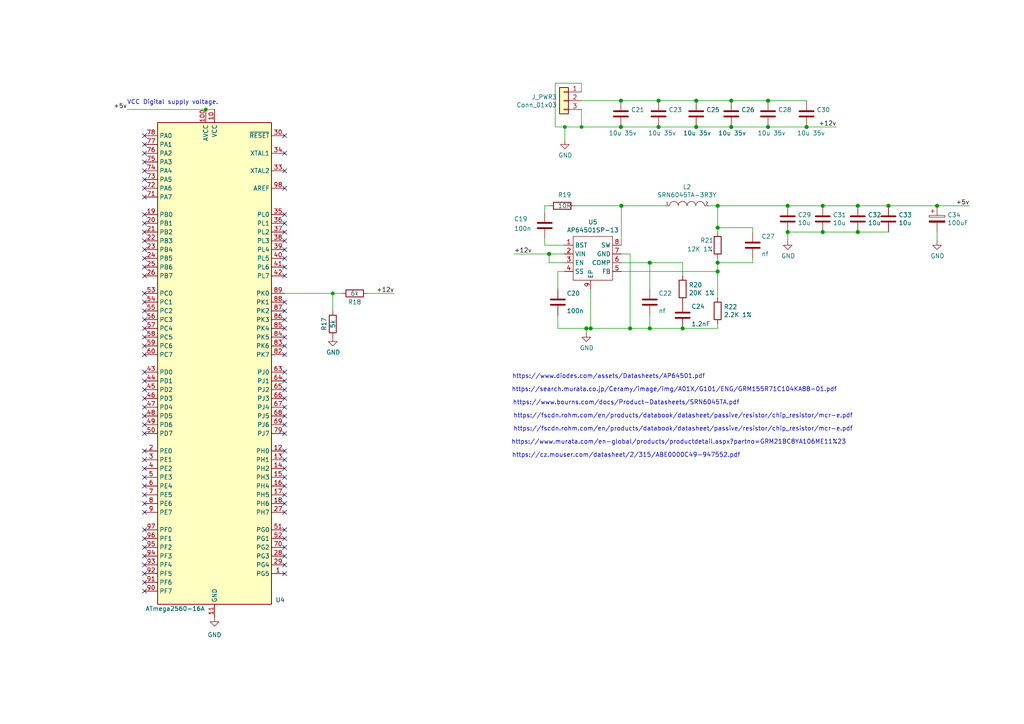
<source format=kicad_sch>
(kicad_sch (version 20210126) (generator eeschema)
  (paper "A4")
  (title_block (title "Basic Schematic 7"))
  (lib_symbols
    (symbol "CM4IO:AP64351"
      (property "Reference" "U" (at 0 8.89 0))
      (property "Value" "AP64351" (at 1.27 6.35 0))
      (symbol "AP64351_0_1"
        (rectangle (start -5.08 5.08) (end 6.35 -7.62))
      )
      (symbol "AP64351_1_1"
        (pin passive line (at -7.62 2.54 0) (length 2.54) (name "BST") (number "1"))
        (pin power_in line (at -7.62 0 0) (length 2.54) (name "VIN") (number "2"))
        (pin input line (at -7.62 -2.54 0) (length 2.54) (name "EN") (number "3"))
        (pin input line (at -7.62 -5.08 0) (length 2.54) (name "SS") (number "4"))
        (pin input line (at 8.89 -5.08 180) (length 2.54) (name "FB") (number "5"))
        (pin input line (at 8.89 -2.54 180) (length 2.54) (name "COMP") (number "6"))
        (pin power_in line (at 8.89 0 180) (length 2.54) (name "GND") (number "7"))
        (pin output line (at 8.89 2.54 180) (length 2.54) (name "SW") (number "8"))
        (pin passive line (at 0 -10.16 90) (length 2.54) (name "EP") (number "9"))
      )
    )
    (symbol "Connector_Generic:Conn_01x03" (pin_names (offset 1.016) hide)
      (property "Reference" "J" (at 0 5.08 0))
      (property "Value" "Conn_01x03" (at 0 -5.08 0))
      (symbol "Conn_01x03_1_1"
        (rectangle (start -1.27 -2.413) (end 0 -2.667) (stroke (width 0.1524)))
        (rectangle (start -1.27 0.127) (end 0 -0.127) (stroke (width 0.1524)))
        (rectangle (start -1.27 2.667) (end 0 2.413) (stroke (width 0.1524)))
        (rectangle (start -1.27 3.81) (end 1.27 -3.81) (stroke (width 0.254)) (fill (type background)))
        (pin passive line (at -5.08 2.54 0) (length 3.81) (name "Pin_1") (number "1"))
        (pin passive line (at -5.08 0 0) (length 3.81) (name "Pin_2") (number "2"))
        (pin passive line (at -5.08 -2.54 0) (length 3.81) (name "Pin_3") (number "3"))
      )
    )
    (symbol "Device:C" (pin_numbers hide) (pin_names (offset 0.254))
      (property "Reference" "C" (at 0.635 2.54 0))
      (property "Value" "C" (at 0.635 -2.54 0))
      (symbol "C_0_1"
        (polyline (pts (xy -2.032 -0.762) (xy 2.032 -0.762)) (stroke (width 0.508)))
        (polyline (pts (xy -2.032 0.762) (xy 2.032 0.762)) (stroke (width 0.508)))
      )
      (symbol "C_1_1"
        (pin passive line (at 0 3.81 270) (length 2.794) (name "~") (number "1"))
        (pin passive line (at 0 -3.81 90) (length 2.794) (name "~") (number "2"))
      )
    )
    (symbol "Device:CP" (pin_numbers hide) (pin_names (offset 0.254))
      (property "Reference" "C" (at 0.635 2.54 0))
      (property "Value" "CP" (at 0.635 -2.54 0))
      (symbol "CP_0_1"
        (rectangle (start -2.286 0.508) (end 2.286 1.016))
        (rectangle (start 2.286 -0.508) (end -2.286 -1.016) (fill (type outline)))
        (polyline (pts (xy -1.778 2.286) (xy -0.762 2.286)))
        (polyline (pts (xy -1.27 2.794) (xy -1.27 1.778)))
      )
      (symbol "CP_1_1"
        (pin passive line (at 0 3.81 270) (length 2.794) (name "~") (number "1"))
        (pin passive line (at 0 -3.81 90) (length 2.794) (name "~") (number "2"))
      )
    )
    (symbol "Device:R" (pin_numbers hide) (pin_names (offset 0))
      (property "Reference" "R" (at 2.032 0 90))
      (property "Value" "R" (at 0 0 90))
      (symbol "R_0_1"
        (rectangle (start -1.016 -2.54) (end 1.016 2.54) (stroke (width 0.254)))
      )
      (symbol "R_1_1"
        (pin passive line (at 0 3.81 270) (length 1.27) (name "~") (number "1"))
        (pin passive line (at 0 -3.81 90) (length 1.27) (name "~") (number "2"))
      )
    )
    (symbol "MCU_Microchip_ATmega:ATmega2560-16A"
      (property "Reference" "U" (at 0 1.27 0))
      (property "Value" "ATmega2560-16A" (at 0 -1.27 0))
      (symbol "ATmega2560-16A_0_1"
        (rectangle (start -16.51 -69.85) (end 16.51 69.85) (stroke (width 0.254)) (fill (type background)))
      )
      (symbol "ATmega2560-16A_1_1"
        (pin bidirectional line (at -20.32 -60.96 0) (length 3.81) (name "PG5") (number "1"))
        (pin power_in line (at 0 73.66 270) (length 3.81) (name "VCC") (number "10"))
        (pin power_in line (at 2.54 73.66 270) (length 3.81) (name "AVCC") (number "100"))
        (pin power_in line (at 0 -73.66 90) (length 3.81) (name "GND") (number "11"))
        (pin bidirectional line (at -20.32 -25.4 0) (length 3.81) (name "PH0") (number "12"))
        (pin bidirectional line (at -20.32 -27.94 0) (length 3.81) (name "PH1") (number "13"))
        (pin bidirectional line (at -20.32 -30.48 0) (length 3.81) (name "PH2") (number "14"))
        (pin bidirectional line (at -20.32 -33.02 0) (length 3.81) (name "PH3") (number "15"))
        (pin bidirectional line (at -20.32 -35.56 0) (length 3.81) (name "PH4") (number "16"))
        (pin bidirectional line (at -20.32 -38.1 0) (length 3.81) (name "PH5") (number "17"))
        (pin bidirectional line (at -20.32 -40.64 0) (length 3.81) (name "PH6") (number "18"))
        (pin bidirectional line (at 20.32 43.18 180) (length 3.81) (name "PB0") (number "19"))
        (pin bidirectional line (at 20.32 -25.4 180) (length 3.81) (name "PE0") (number "2"))
        (pin bidirectional line (at 20.32 40.64 180) (length 3.81) (name "PB1") (number "20"))
        (pin bidirectional line (at 20.32 38.1 180) (length 3.81) (name "PB2") (number "21"))
        (pin bidirectional line (at 20.32 35.56 180) (length 3.81) (name "PB3") (number "22"))
        (pin bidirectional line (at 20.32 33.02 180) (length 3.81) (name "PB4") (number "23"))
        (pin bidirectional line (at 20.32 30.48 180) (length 3.81) (name "PB5") (number "24"))
        (pin bidirectional line (at 20.32 27.94 180) (length 3.81) (name "PB6") (number "25"))
        (pin bidirectional line (at 20.32 25.4 180) (length 3.81) (name "PB7") (number "26"))
        (pin bidirectional line (at -20.32 -43.18 0) (length 3.81) (name "PH7") (number "27"))
        (pin bidirectional line (at -20.32 -55.88 0) (length 3.81) (name "PG3") (number "28"))
        (pin bidirectional line (at -20.32 -58.42 0) (length 3.81) (name "PG4") (number "29"))
        (pin bidirectional line (at 20.32 -27.94 180) (length 3.81) (name "PE1") (number "3"))
        (pin input line (at -20.32 66.04 0) (length 3.81) (name "~RESET") (number "30"))
        (pin passive line (at 0 73.66 270) (length 3.81) hide (name "VCC") (number "31"))
        (pin passive line (at 0 -73.66 90) (length 3.81) hide (name "GND") (number "32"))
        (pin output line (at -20.32 55.88 0) (length 3.81) (name "XTAL2") (number "33"))
        (pin input line (at -20.32 60.96 0) (length 3.81) (name "XTAL1") (number "34"))
        (pin bidirectional line (at -20.32 43.18 0) (length 3.81) (name "PL0") (number "35"))
        (pin bidirectional line (at -20.32 40.64 0) (length 3.81) (name "PL1") (number "36"))
        (pin bidirectional line (at -20.32 38.1 0) (length 3.81) (name "PL2") (number "37"))
        (pin bidirectional line (at -20.32 35.56 0) (length 3.81) (name "PL3") (number "38"))
        (pin bidirectional line (at -20.32 33.02 0) (length 3.81) (name "PL4") (number "39"))
        (pin bidirectional line (at 20.32 -30.48 180) (length 3.81) (name "PE2") (number "4"))
        (pin bidirectional line (at -20.32 30.48 0) (length 3.81) (name "PL5") (number "40"))
        (pin bidirectional line (at -20.32 27.94 0) (length 3.81) (name "PL6") (number "41"))
        (pin bidirectional line (at -20.32 25.4 0) (length 3.81) (name "PL7") (number "42"))
        (pin bidirectional line (at 20.32 -2.54 180) (length 3.81) (name "PD0") (number "43"))
        (pin bidirectional line (at 20.32 -5.08 180) (length 3.81) (name "PD1") (number "44"))
        (pin bidirectional line (at 20.32 -7.62 180) (length 3.81) (name "PD2") (number "45"))
        (pin bidirectional line (at 20.32 -10.16 180) (length 3.81) (name "PD3") (number "46"))
        (pin bidirectional line (at 20.32 -12.7 180) (length 3.81) (name "PD4") (number "47"))
        (pin bidirectional line (at 20.32 -15.24 180) (length 3.81) (name "PD5") (number "48"))
        (pin bidirectional line (at 20.32 -17.78 180) (length 3.81) (name "PD6") (number "49"))
        (pin bidirectional line (at 20.32 -33.02 180) (length 3.81) (name "PE3") (number "5"))
        (pin bidirectional line (at 20.32 -20.32 180) (length 3.81) (name "PD7") (number "50"))
        (pin bidirectional line (at -20.32 -48.26 0) (length 3.81) (name "PG0") (number "51"))
        (pin bidirectional line (at -20.32 -50.8 0) (length 3.81) (name "PG1") (number "52"))
        (pin bidirectional line (at 20.32 20.32 180) (length 3.81) (name "PC0") (number "53"))
        (pin bidirectional line (at 20.32 17.78 180) (length 3.81) (name "PC1") (number "54"))
        (pin bidirectional line (at 20.32 15.24 180) (length 3.81) (name "PC2") (number "55"))
        (pin bidirectional line (at 20.32 12.7 180) (length 3.81) (name "PC3") (number "56"))
        (pin bidirectional line (at 20.32 10.16 180) (length 3.81) (name "PC4") (number "57"))
        (pin bidirectional line (at 20.32 7.62 180) (length 3.81) (name "PC5") (number "58"))
        (pin bidirectional line (at 20.32 5.08 180) (length 3.81) (name "PC6") (number "59"))
        (pin bidirectional line (at 20.32 -35.56 180) (length 3.81) (name "PE4") (number "6"))
        (pin bidirectional line (at 20.32 2.54 180) (length 3.81) (name "PC7") (number "60"))
        (pin passive line (at 0 73.66 270) (length 3.81) hide (name "VCC") (number "61"))
        (pin passive line (at 0 -73.66 90) (length 3.81) hide (name "GND") (number "62"))
        (pin bidirectional line (at -20.32 -2.54 0) (length 3.81) (name "PJ0") (number "63"))
        (pin bidirectional line (at -20.32 -5.08 0) (length 3.81) (name "PJ1") (number "64"))
        (pin bidirectional line (at -20.32 -7.62 0) (length 3.81) (name "PJ2") (number "65"))
        (pin bidirectional line (at -20.32 -10.16 0) (length 3.81) (name "PJ3") (number "66"))
        (pin bidirectional line (at -20.32 -12.7 0) (length 3.81) (name "PJ4") (number "67"))
        (pin bidirectional line (at -20.32 -15.24 0) (length 3.81) (name "PJ5") (number "68"))
        (pin bidirectional line (at -20.32 -17.78 0) (length 3.81) (name "PJ6") (number "69"))
        (pin bidirectional line (at 20.32 -38.1 180) (length 3.81) (name "PE5") (number "7"))
        (pin bidirectional line (at -20.32 -53.34 0) (length 3.81) (name "PG2") (number "70"))
        (pin bidirectional line (at 20.32 48.26 180) (length 3.81) (name "PA7") (number "71"))
        (pin bidirectional line (at 20.32 50.8 180) (length 3.81) (name "PA6") (number "72"))
        (pin bidirectional line (at 20.32 53.34 180) (length 3.81) (name "PA5") (number "73"))
        (pin bidirectional line (at 20.32 55.88 180) (length 3.81) (name "PA4") (number "74"))
        (pin bidirectional line (at 20.32 58.42 180) (length 3.81) (name "PA3") (number "75"))
        (pin bidirectional line (at 20.32 60.96 180) (length 3.81) (name "PA2") (number "76"))
        (pin bidirectional line (at 20.32 63.5 180) (length 3.81) (name "PA1") (number "77"))
        (pin bidirectional line (at 20.32 66.04 180) (length 3.81) (name "PA0") (number "78"))
        (pin bidirectional line (at -20.32 -20.32 0) (length 3.81) (name "PJ7") (number "79"))
        (pin bidirectional line (at 20.32 -40.64 180) (length 3.81) (name "PE6") (number "8"))
        (pin passive line (at 0 73.66 270) (length 3.81) hide (name "VCC") (number "80"))
        (pin passive line (at 0 -73.66 90) (length 3.81) hide (name "GND") (number "81"))
        (pin bidirectional line (at -20.32 2.54 0) (length 3.81) (name "PK7") (number "82"))
        (pin bidirectional line (at -20.32 5.08 0) (length 3.81) (name "PK6") (number "83"))
        (pin bidirectional line (at -20.32 7.62 0) (length 3.81) (name "PK5") (number "84"))
        (pin bidirectional line (at -20.32 10.16 0) (length 3.81) (name "PK4") (number "85"))
        (pin bidirectional line (at -20.32 12.7 0) (length 3.81) (name "PK3") (number "86"))
        (pin bidirectional line (at -20.32 15.24 0) (length 3.81) (name "PK2") (number "87"))
        (pin bidirectional line (at -20.32 17.78 0) (length 3.81) (name "PK1") (number "88"))
        (pin bidirectional line (at -20.32 20.32 0) (length 3.81) (name "PK0") (number "89"))
        (pin bidirectional line (at 20.32 -43.18 180) (length 3.81) (name "PE7") (number "9"))
        (pin bidirectional line (at 20.32 -66.04 180) (length 3.81) (name "PF7") (number "90"))
        (pin bidirectional line (at 20.32 -63.5 180) (length 3.81) (name "PF6") (number "91"))
        (pin bidirectional line (at 20.32 -60.96 180) (length 3.81) (name "PF5") (number "92"))
        (pin bidirectional line (at 20.32 -58.42 180) (length 3.81) (name "PF4") (number "93"))
        (pin bidirectional line (at 20.32 -55.88 180) (length 3.81) (name "PF3") (number "94"))
        (pin bidirectional line (at 20.32 -53.34 180) (length 3.81) (name "PF2") (number "95"))
        (pin bidirectional line (at 20.32 -50.8 180) (length 3.81) (name "PF1") (number "96"))
        (pin bidirectional line (at 20.32 -48.26 180) (length 3.81) (name "PF0") (number "97"))
        (pin passive line (at -20.32 50.8 0) (length 3.81) (name "AREF") (number "98"))
        (pin passive line (at 0 -73.66 90) (length 3.81) hide (name "GND") (number "99"))
      )
    )
    (symbol "power:GND" (power) (pin_names (offset 0))
      (property "Value" "GND" (at 0 -3.81 0))
      (symbol "GND_0_1"
        (polyline (pts (xy 0 0) (xy 0 -1.27) (xy 1.27 -1.27) (xy 0 -2.54) (xy -1.27 -1.27) (xy 0 -1.27)))
      )
      (symbol "GND_1_1"
        (pin power_in line (at 0 0 270) (length 0) hide (name "GND") (number "1"))
      )
    )
    (symbol "pspice:INDUCTOR" (pin_numbers hide) (pin_names (offset 0))
      (property "Reference" "L" (at 0 2.54 0))
      (property "Value" "INDUCTOR" (at 0 -1.27 0))
      (symbol "INDUCTOR_0_1"
        (arc (start -2.54 0) (end -5.08 0) (radius (at -3.81 0) (length 1.27) (angles 0.1 179.9)))
        (arc (start 0 0) (end -2.54 0) (radius (at -1.27 0) (length 1.27) (angles 0.1 179.9)))
        (arc (start 2.54 0) (end 0 0) (radius (at 1.27 0) (length 1.27) (angles 0.1 179.9)))
        (arc (start 5.08 0) (end 2.54 0) (radius (at 3.81 0) (length 1.27) (angles 0.1 179.9)))
      )
      (symbol "INDUCTOR_1_1"
        (pin input line (at -6.35 0 0) (length 1.27) (name "1") (number "1"))
        (pin input line (at 6.35 0 180) (length 1.27) (name "2") (number "2"))
      )
    )
  )
  (junction (at 59.69 31.75) (diameter 0.9144))
  (junction (at 96.52 85.09) (diameter 0.9144))
  (junction (at 159.258 73.66) (diameter 1.016))
  (junction (at 163.83 36.83) (diameter 0.9144))
  (junction (at 168.656 36.83) (diameter 0.9144))
  (junction (at 170.053 95.25) (diameter 1.016))
  (junction (at 171.323 95.25) (diameter 1.016))
  (junction (at 180.086 29.21) (diameter 1.016))
  (junction (at 180.086 36.83) (diameter 1.016))
  (junction (at 180.213 59.69) (diameter 1.016))
  (junction (at 182.753 95.25) (diameter 1.016))
  (junction (at 188.468 76.2) (diameter 1.016))
  (junction (at 188.468 95.25) (diameter 1.016))
  (junction (at 191.008 29.21) (diameter 1.016))
  (junction (at 191.008 36.83) (diameter 1.016))
  (junction (at 197.993 95.25) (diameter 1.016))
  (junction (at 201.93 29.21) (diameter 1.016))
  (junction (at 201.93 36.83) (diameter 1.016))
  (junction (at 208.153 59.69) (diameter 1.016))
  (junction (at 208.153 66.04) (diameter 1.016))
  (junction (at 208.153 76.2) (diameter 1.016))
  (junction (at 208.153 78.74) (diameter 1.016))
  (junction (at 212.09 29.21) (diameter 1.016))
  (junction (at 212.09 36.83) (diameter 1.016))
  (junction (at 222.758 29.21) (diameter 1.016))
  (junction (at 222.758 36.83) (diameter 1.016))
  (junction (at 228.473 59.69) (diameter 1.016))
  (junction (at 228.473 67.31) (diameter 1.016))
  (junction (at 233.934 36.83) (diameter 1.016))
  (junction (at 238.633 59.69) (diameter 1.016))
  (junction (at 238.633 67.31) (diameter 1.016))
  (junction (at 248.793 59.69) (diameter 1.016))
  (junction (at 248.793 67.31) (diameter 1.016))
  (junction (at 257.683 59.69) (diameter 1.016))
  (junction (at 271.78 59.69) (diameter 1.016))
  (no_connect (at 41.91 39.37))
  (no_connect (at 41.91 41.91))
  (no_connect (at 41.91 44.45))
  (no_connect (at 41.91 46.99))
  (no_connect (at 41.91 49.53))
  (no_connect (at 41.91 52.07))
  (no_connect (at 41.91 54.61))
  (no_connect (at 41.91 57.15))
  (no_connect (at 41.91 62.23))
  (no_connect (at 41.91 64.77))
  (no_connect (at 41.91 67.31))
  (no_connect (at 41.91 69.85))
  (no_connect (at 41.91 72.39))
  (no_connect (at 41.91 74.93))
  (no_connect (at 41.91 77.47))
  (no_connect (at 41.91 80.01))
  (no_connect (at 41.91 85.09))
  (no_connect (at 41.91 87.63))
  (no_connect (at 41.91 90.17))
  (no_connect (at 41.91 92.71))
  (no_connect (at 41.91 95.25))
  (no_connect (at 41.91 97.79))
  (no_connect (at 41.91 100.33))
  (no_connect (at 41.91 102.87))
  (no_connect (at 41.91 107.95))
  (no_connect (at 41.91 110.49))
  (no_connect (at 41.91 113.03))
  (no_connect (at 41.91 115.57))
  (no_connect (at 41.91 118.11))
  (no_connect (at 41.91 120.65))
  (no_connect (at 41.91 123.19))
  (no_connect (at 41.91 125.73))
  (no_connect (at 41.91 130.81))
  (no_connect (at 41.91 133.35))
  (no_connect (at 41.91 135.89))
  (no_connect (at 41.91 138.43))
  (no_connect (at 41.91 140.97))
  (no_connect (at 41.91 143.51))
  (no_connect (at 41.91 146.05))
  (no_connect (at 41.91 148.59))
  (no_connect (at 41.91 153.67))
  (no_connect (at 41.91 156.21))
  (no_connect (at 41.91 158.75))
  (no_connect (at 41.91 161.29))
  (no_connect (at 41.91 163.83))
  (no_connect (at 41.91 166.37))
  (no_connect (at 41.91 168.91))
  (no_connect (at 41.91 171.45))
  (no_connect (at 82.55 39.37))
  (no_connect (at 82.55 44.45))
  (no_connect (at 82.55 49.53))
  (no_connect (at 82.55 54.61))
  (no_connect (at 82.55 62.23))
  (no_connect (at 82.55 64.77))
  (no_connect (at 82.55 67.31))
  (no_connect (at 82.55 69.85))
  (no_connect (at 82.55 72.39))
  (no_connect (at 82.55 74.93))
  (no_connect (at 82.55 77.47))
  (no_connect (at 82.55 80.01))
  (no_connect (at 82.55 87.63))
  (no_connect (at 82.55 90.17))
  (no_connect (at 82.55 92.71))
  (no_connect (at 82.55 95.25))
  (no_connect (at 82.55 97.79))
  (no_connect (at 82.55 100.33))
  (no_connect (at 82.55 102.87))
  (no_connect (at 82.55 107.95))
  (no_connect (at 82.55 110.49))
  (no_connect (at 82.55 113.03))
  (no_connect (at 82.55 115.57))
  (no_connect (at 82.55 118.11))
  (no_connect (at 82.55 120.65))
  (no_connect (at 82.55 123.19))
  (no_connect (at 82.55 125.73))
  (no_connect (at 82.55 130.81))
  (no_connect (at 82.55 133.35))
  (no_connect (at 82.55 135.89))
  (no_connect (at 82.55 138.43))
  (no_connect (at 82.55 140.97))
  (no_connect (at 82.55 143.51))
  (no_connect (at 82.55 146.05))
  (no_connect (at 82.55 148.59))
  (no_connect (at 82.55 153.67))
  (no_connect (at 82.55 156.21))
  (no_connect (at 82.55 158.75))
  (no_connect (at 82.55 161.29))
  (no_connect (at 82.55 163.83))
  (no_connect (at 82.55 166.37))
  (wire (pts (xy 59.69 31.75) (xy 36.83 31.75)))
  (wire (pts (xy 59.69 31.75) (xy 62.23 31.75)))
  (wire (pts (xy 82.55 85.09) (xy 96.52 85.09)))
  (wire (pts (xy 96.52 85.09) (xy 96.52 90.17)))
  (wire (pts (xy 96.52 85.09) (xy 99.06 85.09)))
  (wire (pts (xy 106.68 85.09) (xy 114.3 85.09)))
  (wire (pts (xy 149.098 73.66) (xy 159.258 73.66)))
  (wire (pts (xy 157.988 59.69) (xy 159.258 59.69)))
  (wire (pts (xy 157.988 61.595) (xy 157.988 59.69)))
  (wire (pts (xy 157.988 69.215) (xy 157.988 71.12)))
  (wire (pts (xy 157.988 71.12) (xy 163.703 71.12)))
  (wire (pts (xy 159.258 73.66) (xy 159.258 76.2)))
  (wire (pts (xy 159.258 73.66) (xy 163.703 73.66)))
  (wire (pts (xy 159.258 76.2) (xy 163.703 76.2)))
  (wire (pts (xy 161.036 24.13) (xy 161.036 36.83)))
  (wire (pts (xy 161.036 36.83) (xy 163.83 36.83)))
  (wire (pts (xy 161.798 78.74) (xy 161.798 83.82)))
  (wire (pts (xy 161.798 91.44) (xy 161.798 95.25)))
  (wire (pts (xy 161.798 95.25) (xy 170.053 95.25)))
  (wire (pts (xy 163.703 78.74) (xy 161.798 78.74)))
  (wire (pts (xy 163.83 36.83) (xy 163.83 40.64)))
  (wire (pts (xy 163.83 36.83) (xy 168.656 36.83)))
  (wire (pts (xy 166.878 59.69) (xy 180.213 59.69)))
  (wire (pts (xy 168.656 24.13) (xy 161.036 24.13)))
  (wire (pts (xy 168.656 26.67) (xy 168.656 24.13)))
  (wire (pts (xy 168.656 29.21) (xy 180.086 29.21)))
  (wire (pts (xy 168.656 36.83) (xy 168.656 31.75)))
  (wire (pts (xy 168.656 36.83) (xy 180.086 36.83)))
  (wire (pts (xy 170.053 95.25) (xy 171.323 95.25)))
  (wire (pts (xy 170.053 96.52) (xy 170.053 95.25)))
  (wire (pts (xy 171.323 83.82) (xy 171.323 95.25)))
  (wire (pts (xy 171.323 95.25) (xy 182.753 95.25)))
  (wire (pts (xy 180.086 29.21) (xy 191.008 29.21)))
  (wire (pts (xy 180.086 36.83) (xy 191.008 36.83)))
  (wire (pts (xy 180.213 59.69) (xy 180.213 71.12)))
  (wire (pts (xy 180.213 59.69) (xy 192.913 59.69)))
  (wire (pts (xy 180.213 73.66) (xy 182.753 73.66)))
  (wire (pts (xy 180.213 76.2) (xy 188.468 76.2)))
  (wire (pts (xy 180.213 78.74) (xy 208.153 78.74)))
  (wire (pts (xy 182.753 73.66) (xy 182.753 95.25)))
  (wire (pts (xy 182.753 95.25) (xy 188.468 95.25)))
  (wire (pts (xy 188.468 76.2) (xy 188.468 83.82)))
  (wire (pts (xy 188.468 76.2) (xy 197.993 76.2)))
  (wire (pts (xy 188.468 91.44) (xy 188.468 95.25)))
  (wire (pts (xy 188.468 95.25) (xy 197.993 95.25)))
  (wire (pts (xy 191.008 29.21) (xy 201.93 29.21)))
  (wire (pts (xy 191.008 36.83) (xy 201.93 36.83)))
  (wire (pts (xy 197.993 80.01) (xy 197.993 76.2)))
  (wire (pts (xy 197.993 95.25) (xy 208.153 95.25)))
  (wire (pts (xy 201.93 29.21) (xy 212.09 29.21)))
  (wire (pts (xy 201.93 36.83) (xy 212.09 36.83)))
  (wire (pts (xy 205.613 59.69) (xy 208.153 59.69)))
  (wire (pts (xy 208.153 59.69) (xy 208.153 66.04)))
  (wire (pts (xy 208.153 59.69) (xy 228.473 59.69)))
  (wire (pts (xy 208.153 66.04) (xy 208.153 67.31)))
  (wire (pts (xy 208.153 66.04) (xy 218.313 66.04)))
  (wire (pts (xy 208.153 74.93) (xy 208.153 76.2)))
  (wire (pts (xy 208.153 76.2) (xy 208.153 78.74)))
  (wire (pts (xy 208.153 76.2) (xy 218.313 76.2)))
  (wire (pts (xy 208.153 78.74) (xy 208.153 86.36)))
  (wire (pts (xy 208.153 95.25) (xy 208.153 93.98)))
  (wire (pts (xy 212.09 29.21) (xy 222.758 29.21)))
  (wire (pts (xy 212.09 36.83) (xy 222.758 36.83)))
  (wire (pts (xy 218.313 66.04) (xy 218.313 67.31)))
  (wire (pts (xy 218.313 76.2) (xy 218.313 74.93)))
  (wire (pts (xy 222.758 29.21) (xy 233.934 29.21)))
  (wire (pts (xy 222.758 36.83) (xy 233.934 36.83)))
  (wire (pts (xy 228.473 59.69) (xy 238.633 59.69)))
  (wire (pts (xy 228.473 67.31) (xy 228.473 69.85)))
  (wire (pts (xy 233.934 36.83) (xy 242.57 36.83)))
  (wire (pts (xy 238.633 59.69) (xy 248.793 59.69)))
  (wire (pts (xy 238.633 67.31) (xy 228.473 67.31)))
  (wire (pts (xy 248.793 59.69) (xy 257.683 59.69)))
  (wire (pts (xy 248.793 67.31) (xy 238.633 67.31)))
  (wire (pts (xy 257.683 59.69) (xy 271.78 59.69)))
  (wire (pts (xy 257.683 67.31) (xy 248.793 67.31)))
  (wire (pts (xy 271.78 59.69) (xy 281.178 59.69)))
  (wire (pts (xy 271.78 67.31) (xy 271.78 69.85)))
  (text "VCC Digital supply voltage." (at 36.83 30.48 0) (effects (font (size 1.27 1.27)) (justify left bottom)))
  (text "https://www.diodes.com/assets/Datasheets/AP64501.pdf" (at 176.53 109.22 0) (effects (font (size 1.27 1.27))))
  (text "https://www.bourns.com/docs/Product-Datasheets/SRN6045TA.pdf" (at 181.61 116.84 0) (effects (font (size 1.27 1.27))))
  (text "https://cz.mouser.com/datasheet/2/315/ABE0000C49-947552.pdf" (at 181.61 132.08 0) (effects (font (size 1.27 1.27))))
  (text "https://search.murata.co.jp/Ceramy/image/img/A01X/G101/ENG/GRM155R71C104KA88-01.pdf" (at 195.58 113.03 0) (effects (font (size 1.27 1.27))))
  (text "https://www.murata.com/en-global/products/productdetail.aspx?partno=GRM21BC8YA106ME11%23" (at 196.85 128.27 0) (effects (font (size 1.27 1.27))))
  (text "https://fscdn.rohm.com/en/products/databook/datasheet/passive/resistor/chip_resistor/mcr-e.pdf" (at 198.12 120.65 0) (effects (font (size 1.27 1.27))))
  (text "https://fscdn.rohm.com/en/products/databook/datasheet/passive/resistor/chip_resistor/mcr-e.pdf" (at 198.12 124.46 0) (effects (font (size 1.27 1.27))))
  (label "+5v" (at 36.83 31.75 180))
  (label "+12v" (at 114.3 85.09 180))
  (label "+12v" (at 149.098 73.66 0))
  (label "+12v" (at 242.57 36.83 180))
  (label "+5v" (at 281.178 59.69 180))
  (symbol (lib_id "power:GND") (at 62.23 179.07 0) (unit 1)
    (property "Reference" "#PWR0114" (effects hide))
    (property "Value" "GND" (at 62.23 184.15 0))
  )
  (symbol (lib_id "power:GND") (at 96.52 97.79 0) (unit 1)
    (property "Reference" "#PWR0115" (effects hide))
    (property "Value" "GND" (at 96.647 102.1842 0))
  )
  (symbol (lib_id "power:GND") (at 163.83 40.64 0) (unit 1)
    (property "Reference" "#PWR0112" (effects hide))
    (property "Value" "GND" (at 163.957 45.0342 0))
  )
  (symbol (lib_id "power:GND") (at 170.053 96.52 0) (unit 1)
    (property "Reference" "#PWR0113" (effects hide))
    (property "Value" "GND" (at 170.18 100.9142 0))
  )
  (symbol (lib_id "power:GND") (at 228.473 69.85 0) (unit 1)
    (property "Reference" "#PWR0111" (effects hide))
    (property "Value" "GND" (at 228.6 74.2442 0))
  )
  (symbol (lib_id "power:GND") (at 271.78 69.85 0) (unit 1)
    (property "Reference" "#PWR0110" (effects hide))
    (property "Value" "GND" (at 271.907 74.2442 0))
  )
  (symbol (lib_id "Device:R") (at 96.52 93.98 180) (unit 1)
    (property "Reference" "R17" (at 93.98 93.98 90))
    (property "Value" "5k" (at 96.52 93.98 90))
  )
  (symbol (lib_id "Device:R") (at 102.87 85.09 270) (unit 1)
    (property "Reference" "R18" (at 102.87 87.63 90))
    (property "Value" "6k" (at 102.87 85.09 90))
  )
  (symbol (lib_id "Device:R") (at 163.068 59.69 270) (unit 1)
    (property "Reference" "R19" (at 161.798 56.515 90) (effects (justify left)))
    (property "Value" "10R" (at 161.798 59.69 90) (effects (justify left)))
    (property "Footprint" "Resistor_SMD:R_0402_1005Metric" (effects hide))
    (property "Datasheet" "https://fscdn.rohm.com/en/products/databook/datasheet/passive/resistor/chip_resistor/mcr-e.pdf" (effects hide))
    (property "Field4" "Farnell" (effects hide))
    (property "Field5" "9238999" (effects hide))
    (property "Field7" "Yageo" (effects hide))
    (property "Field6" "RC0402FR-0710RL" (effects hide))
    (property "Field8" "URES00256" (effects hide))
    (property "Part Description" "Resistor 10R M1005 1% 63mW" (effects hide))
  )
  (symbol (lib_id "Device:R") (at 197.993 83.82 0) (unit 1)
    (property "Reference" "R20" (at 199.771 82.6516 0) (effects (justify left)))
    (property "Value" "20K 1%" (at 199.771 84.963 0) (effects (justify left)))
    (property "Footprint" "Resistor_SMD:R_0402_1005Metric" (effects hide))
    (property "Datasheet" "https://fscdn.rohm.com/en/products/databook/datasheet/passive/resistor/chip_resistor/mcr-e.pdf" (effects hide))
    (property "Field4" "Farnell" (effects hide))
    (property "Field5" "2331485" (effects hide))
    (property "Field7" "KOA EUROPE GMBH" (effects hide))
    (property "Field6" "RK73H1ETTP2002F" (effects hide))
    (property "Part Description" "Resistor 20K M1005 1% 63mW" (effects hide))
  )
  (symbol (lib_id "Device:R") (at 208.153 71.12 0) (unit 1)
    (property "Reference" "R21" (at 203.073 69.723 0) (effects (justify left)))
    (property "Value" "12K 1%" (at 199.263 72.263 0) (effects (justify left)))
    (property "Footprint" "Resistor_SMD:R_0402_1005Metric" (effects hide))
    (property "Datasheet" "https://fscdn.rohm.com/en/products/databook/datasheet/passive/resistor/chip_resistor/mcr-e.pdf" (effects hide))
    (property "Field4" "Farnell" (effects hide))
    (property "Field5" "9239367" (effects hide))
    (property "Field7" "Rohm" (effects hide))
    (property "Field6" "MCR01MZPF1202" (effects hide))
    (property "Part Description" "Resistor 12K M1005 1% 63mW" (effects hide))
  )
  (symbol (lib_id "Device:R") (at 208.153 90.17 0) (unit 1)
    (property "Reference" "R22" (at 209.931 89.0016 0) (effects (justify left)))
    (property "Value" "2.2K 1%" (at 209.931 91.313 0) (effects (justify left)))
    (property "Footprint" "Resistor_SMD:R_0402_1005Metric" (effects hide))
    (property "Datasheet" "https://fscdn.rohm.com/en/products/databook/datasheet/passive/resistor/chip_resistor/mcr-e.pdf" (effects hide))
    (property "Field4" "Farnell" (effects hide))
    (property "Field5" "9239278" (effects hide))
    (property "Field6" "RK73G1ETQTP2201D         " (effects hide))
    (property "Field7" "KOA EUROPE GMBH" (effects hide))
    (property "Part Description" "Resistor 2.2K M1005 1% 63mW" (effects hide))
    (property "Field8" "120889581" (effects hide))
  )
  (symbol (lib_id "pspice:INDUCTOR") (at 199.263 59.69 0) (unit 1)
    (property "Reference" "L2" (at 199.263 54.229 0))
    (property "Value" "SRN6045TA-3R3Y" (at 199.263 56.5404 0))
    (property "Footprint" "Inductor_SMD:L_Bourns_SRN6045TA" (effects hide))
    (property "Datasheet" "https://www.bourns.com/docs/Product-Datasheets/SRN6045TA.pdf" (effects hide))
    (property "Field4" "Farnell" (effects hide))
    (property "Field5" "2616889" (effects hide))
    (property "Field6" "SRN6045TA-3R3Y" (effects hide))
    (property "Field7" "Bourns" (effects hide))
    (property "Part Description" "3.3µH Semi-Shielded Wirewound Inductor 7.8A 21mOhm Nonstandard" (effects hide))
  )
  (symbol (lib_id "Device:C") (at 157.988 65.405 0) (unit 1)
    (property "Reference" "C19" (at 149.098 63.5 0) (effects (justify left)))
    (property "Value" "100n" (at 149.098 66.294 0) (effects (justify left)))
    (property "Footprint" "Capacitor_SMD:C_0402_1005Metric" (effects hide))
    (property "Datasheet" "https://search.murata.co.jp/Ceramy/image/img/A01X/G101/ENG/GRM155R71C104KA88-01.pdf" (effects hide))
    (property "Field4" "Farnell" (effects hide))
    (property "Field5" "2611911" (effects hide))
    (property "Field6" "RM EMK105 B7104KV-F" (effects hide))
    (property "Field7" "TAIYO YUDEN EUROPE GMBH" (effects hide))
    (property "Part Description" "	0.1uF 10% 16V Ceramic Capacitor X7R 0402 (1005 Metric)" (effects hide))
    (property "Field8" "110091611" (effects hide))
  )
  (symbol (lib_id "Device:C") (at 161.798 87.63 0) (unit 1)
    (property "Reference" "C20" (at 164.338 85.09 0) (effects (justify left)))
    (property "Value" "100n" (at 164.338 90.17 0) (effects (justify left)))
    (property "Footprint" "Capacitor_SMD:C_0402_1005Metric" (effects hide))
    (property "Datasheet" "https://search.murata.co.jp/Ceramy/image/img/A01X/G101/ENG/GRM155R71C104KA88-01.pdf" (effects hide))
    (property "Field4" "Farnell" (effects hide))
    (property "Field5" "2611911" (effects hide))
    (property "Field6" "RM EMK105 B7104KV-F" (effects hide))
    (property "Field7" "TAIYO YUDEN EUROPE GMBH" (effects hide))
    (property "Part Description" "	0.1uF 10% 16V Ceramic Capacitor X7R 0402 (1005 Metric)" (effects hide))
    (property "Field8" "110091611" (effects hide))
  )
  (symbol (lib_id "Device:C") (at 180.086 33.02 0) (unit 1)
    (property "Reference" "C21" (at 183.007 31.8516 0) (effects (justify left)))
    (property "Value" "10u 35v" (at 176.53 38.608 0) (effects (justify left)))
    (property "Footprint" "Capacitor_SMD:C_0805_2012Metric" (effects hide))
    (property "Datasheet" "https://www.murata.com/en-global/products/productdetail.aspx?partno=GRM21BC8YA106ME11%23" (effects hide))
    (property "Field5" "490-10505-1-ND" (effects hide))
    (property "Field4" "Digikey" (effects hide))
    (property "Field6" "GRM21BC8YA106KE11L " (effects hide))
    (property "Field7" "Murata" (effects hide))
    (property "Part Description" "	10uF 10% or 20% 35V Ceramic Capacitor X6S 0805 (2012 Metric)" (effects hide))
  )
  (symbol (lib_id "Device:C") (at 188.468 87.63 0) (unit 1)
    (property "Reference" "C22" (at 191.008 85.09 0) (effects (justify left)))
    (property "Value" "nf" (at 191.008 90.17 0) (effects (justify left)))
    (property "Footprint" "Capacitor_SMD:C_0402_1005Metric" (effects hide))
  )
  (symbol (lib_id "Device:C") (at 191.008 33.02 0) (unit 1)
    (property "Reference" "C23" (at 193.929 31.8516 0) (effects (justify left)))
    (property "Value" "10u 35v" (at 187.96 38.608 0) (effects (justify left)))
    (property "Footprint" "Capacitor_SMD:C_0805_2012Metric" (effects hide))
    (property "Datasheet" "https://www.murata.com/en-global/products/productdetail.aspx?partno=GRM21BC8YA106ME11%23" (effects hide))
    (property "Field5" "490-10505-1-ND" (effects hide))
    (property "Field4" "Digikey" (effects hide))
    (property "Field6" "GRM21BC8YA106KE11L " (effects hide))
    (property "Field7" "Murata" (effects hide))
    (property "Part Description" "	10uF 10% or 20% 35V Ceramic Capacitor X6S 0805 (2012 Metric)" (effects hide))
  )
  (symbol (lib_id "Device:C") (at 197.993 91.44 0) (unit 1)
    (property "Reference" "C24" (at 200.533 88.9 0) (effects (justify left)))
    (property "Value" "1.2nF" (at 200.533 93.98 0) (effects (justify left)))
    (property "Footprint" "Capacitor_SMD:C_0402_1005Metric" (effects hide))
    (property "Datasheet" "http://www.farnell.com/datasheets/2734135.pdf?_ga=2.259347658.1738794919.1588350964-1787849031.1568210898&_gac=1.15394434.1588350964.EAIaIQobChMIgrHHs4yT6QIVxevtCh39TA_nEAAYASAAEgK8PfD_BwE" (effects hide))
    (property "Field4" "Digikey" (effects hide))
    (property "Field5" "490-16429-1-ND" (effects hide))
    (property "Field6" "GCM155R71H122KA37D" (effects hide))
    (property "Field7" "Murata" (effects hide))
    (property "Part Description" "1200pF 10% 10V Ceramic Capacitor X5R 0402 (1005 Metric)" (effects hide))
  )
  (symbol (lib_id "Device:C") (at 201.93 33.02 0) (unit 1)
    (property "Reference" "C25" (at 204.851 31.8516 0) (effects (justify left)))
    (property "Value" "10u 35v" (at 198.12 38.608 0) (effects (justify left)))
    (property "Footprint" "Capacitor_SMD:C_0805_2012Metric" (effects hide))
    (property "Datasheet" "https://www.murata.com/en-global/products/productdetail.aspx?partno=GRM21BC8YA106ME11%23" (effects hide))
    (property "Field5" "490-10505-1-ND" (effects hide))
    (property "Field4" "Digikey" (effects hide))
    (property "Field6" "GRM21BC8YA106KE11L " (effects hide))
    (property "Field7" "Murata" (effects hide))
    (property "Part Description" "	10uF 10% or 20% 35V Ceramic Capacitor X6S 0805 (2012 Metric)" (effects hide))
  )
  (symbol (lib_id "Device:C") (at 212.09 33.02 0) (unit 1)
    (property "Reference" "C26" (at 215.011 31.8516 0) (effects (justify left)))
    (property "Value" "10u 35v" (at 208.28 38.608 0) (effects (justify left)))
    (property "Footprint" "Capacitor_SMD:C_0805_2012Metric" (effects hide))
    (property "Datasheet" "https://www.murata.com/en-global/products/productdetail.aspx?partno=GRM21BC8YA106ME11%23" (effects hide))
    (property "Field5" "490-10505-1-ND" (effects hide))
    (property "Field4" "Digikey" (effects hide))
    (property "Field6" "GRM21BC8YA106KE11L " (effects hide))
    (property "Field7" "Murata" (effects hide))
    (property "Part Description" "	10uF 10% or 20% 35V Ceramic Capacitor X6S 0805 (2012 Metric)" (effects hide))
  )
  (symbol (lib_id "Device:C") (at 218.313 71.12 0) (unit 1)
    (property "Reference" "C27" (at 220.853 68.58 0) (effects (justify left)))
    (property "Value" "nf" (at 220.853 73.66 0) (effects (justify left)))
    (property "Footprint" "Capacitor_SMD:C_0402_1005Metric" (effects hide))
    (property "Datasheet" "http://www.farnell.com/datasheets/2048267.pdf?_ga=2.222777691.1738794919.1588350964-1787849031.1568210898&_gac=1.250356018.1588350964.EAIaIQobChMIgrHHs4yT6QIVxevtCh39TA_nEAAYASAAEgK8PfD_BwE" (effects hide))
    (property "Field4" "Farnell" (effects hide))
    (property "Field5" "2666374" (effects hide))
    (property "Field6" "GRM1555C1H221JA01D" (effects hide))
    (property "Field7" "Murata" (effects hide))
    (property "Part Description" "220 pF, 50 V, 0402 [1005 Metric], ± 5%, C0G / NP0/CH, GCM Series" (effects hide))
  )
  (symbol (lib_id "Device:C") (at 222.758 33.02 0) (unit 1)
    (property "Reference" "C28" (at 225.679 31.8516 0) (effects (justify left)))
    (property "Value" "10u 35v" (at 219.71 38.608 0) (effects (justify left)))
    (property "Footprint" "Capacitor_SMD:C_0805_2012Metric" (effects hide))
    (property "Datasheet" "https://www.murata.com/en-global/products/productdetail.aspx?partno=GRM21BC8YA106ME11%23" (effects hide))
    (property "Field5" "490-10505-1-ND" (effects hide))
    (property "Field4" "Digikey" (effects hide))
    (property "Field6" "GRM21BC8YA106KE11L " (effects hide))
    (property "Field7" "Murata" (effects hide))
    (property "Part Description" "	10uF 10% or 20% 35V Ceramic Capacitor X6S 0805 (2012 Metric)" (effects hide))
  )
  (symbol (lib_id "Device:C") (at 228.473 63.5 0) (unit 1)
    (property "Reference" "C29" (at 231.394 62.3316 0) (effects (justify left)))
    (property "Value" "10u" (at 231.394 64.643 0) (effects (justify left)))
    (property "Footprint" "Capacitor_SMD:C_0805_2012Metric" (effects hide))
    (property "Datasheet" "https://search.murata.co.jp/Ceramy/image/img/A01X/G101/ENG/GRM21BR71A106KA73-01.pdf" (effects hide))
    (property "Field5" "490-14381-1-ND" (effects hide))
    (property "Field4" "Digikey" (effects hide))
    (property "Field6" "GRM21BR71A106KA73L" (effects hide))
    (property "Field7" "Murata" (effects hide))
    (property "Part Description" "	10uF 10% 10V Ceramic Capacitor X7R 0805 (2012 Metric)" (effects hide))
    (property "Field8" "111893011" (effects hide))
  )
  (symbol (lib_id "Device:C") (at 233.934 33.02 0) (unit 1)
    (property "Reference" "C30" (at 236.855 31.8516 0) (effects (justify left)))
    (property "Value" "10u 35v" (at 231.14 38.608 0) (effects (justify left)))
    (property "Footprint" "Capacitor_SMD:C_0805_2012Metric" (effects hide))
    (property "Datasheet" "https://www.murata.com/en-global/products/productdetail.aspx?partno=GRM21BC8YA106ME11%23" (effects hide))
    (property "Field5" "490-10505-1-ND" (effects hide))
    (property "Field4" "Digikey" (effects hide))
    (property "Field6" "GRM21BC8YA106KE11L " (effects hide))
    (property "Field7" "Murata" (effects hide))
    (property "Part Description" "	10uF 10% or 20% 35V Ceramic Capacitor X6S 0805 (2012 Metric)" (effects hide))
  )
  (symbol (lib_id "Device:C") (at 238.633 63.5 0) (unit 1)
    (property "Reference" "C31" (at 241.554 62.3316 0) (effects (justify left)))
    (property "Value" "10u" (at 241.554 64.643 0) (effects (justify left)))
    (property "Footprint" "Capacitor_SMD:C_0805_2012Metric" (effects hide))
    (property "Datasheet" "https://search.murata.co.jp/Ceramy/image/img/A01X/G101/ENG/GRM21BR71A106KA73-01.pdf" (effects hide))
    (property "Field5" "490-14381-1-ND" (effects hide))
    (property "Field4" "Digikey" (effects hide))
    (property "Field6" "GRM21BR71A106KA73L" (effects hide))
    (property "Field7" "Murata" (effects hide))
    (property "Part Description" "	10uF 10% 10V Ceramic Capacitor X7R 0805 (2012 Metric)" (effects hide))
    (property "Field8" "111893011" (effects hide))
  )
  (symbol (lib_id "Device:C") (at 248.793 63.5 0) (unit 1)
    (property "Reference" "C32" (at 251.714 62.3316 0) (effects (justify left)))
    (property "Value" "10u" (at 251.714 64.643 0) (effects (justify left)))
    (property "Footprint" "Capacitor_SMD:C_0805_2012Metric" (effects hide))
    (property "Datasheet" "https://search.murata.co.jp/Ceramy/image/img/A01X/G101/ENG/GRM21BR71A106KA73-01.pdf" (effects hide))
    (property "Field5" "490-14381-1-ND" (effects hide))
    (property "Field4" "Digikey" (effects hide))
    (property "Field6" "GRM21BR71A106KA73L" (effects hide))
    (property "Field7" "Murata" (effects hide))
    (property "Part Description" "	10uF 10% 10V Ceramic Capacitor X7R 0805 (2012 Metric)" (effects hide))
    (property "Field8" "111893011" (effects hide))
  )
  (symbol (lib_id "Device:C") (at 257.683 63.5 0) (unit 1)
    (property "Reference" "C33" (at 260.604 62.3316 0) (effects (justify left)))
    (property "Value" "10u" (at 260.604 64.643 0) (effects (justify left)))
    (property "Footprint" "Capacitor_SMD:C_0805_2012Metric" (effects hide))
    (property "Datasheet" "https://search.murata.co.jp/Ceramy/image/img/A01X/G101/ENG/GRM21BR71A106KA73-01.pdf" (effects hide))
    (property "Field5" "490-14381-1-ND" (effects hide))
    (property "Field4" "Digikey" (effects hide))
    (property "Field6" "GRM21BR71A106KA73L" (effects hide))
    (property "Field7" "Murata" (effects hide))
    (property "Part Description" "	10uF 10% 10V Ceramic Capacitor X7R 0805 (2012 Metric)" (effects hide))
    (property "Field8" "111893011" (effects hide))
  )
  (symbol (lib_id "Device:CP") (at 271.78 63.5 0) (unit 1)
    (property "Reference" "C34" (at 274.7772 62.357 0) (effects (justify left)))
    (property "Value" "100uF" (at 274.7772 64.643 0) (effects (justify left)))
    (property "Footprint" "Capacitor_Tantalum_SMD:CP_EIA-7343-31_Kemet-D" (effects hide))
    (property "Field4" "Mouser" (effects hide))
    (property "Field5" "667-EEF-CX0J101R" (effects hide))
    (property "Part Description" "Capacitor, SP-Cap, 100u, 6.3V, 15mR ESR" (effects hide))
  )
  (symbol (lib_id "Connector_Generic:Conn_01x03") (at 163.576 29.21 0) (mirror y) (unit 1)
    (property "Reference" "J_PWR3" (at 161.544 28.1432 0) (effects (justify left)))
    (property "Value" "Conn_01x03" (at 161.544 30.4546 0) (effects (justify left)))
    (property "Footprint" "Pin_Headers:Pin_Header_Straight_1x03_Pitch2.54mm" (effects hide))
  )
  (symbol (lib_id "CM4IO:AP64351") (at 171.323 73.66 0) (unit 1)
    (property "Reference" "U5" (at 171.958 64.4144 0))
    (property "Value" "AP64501SP-13" (at 171.958 66.7258 0))
    (property "Footprint" "Package_SO:SOIC-8-1EP_3.9x4.9mm_P1.27mm_EP2.95x4.9mm_Mask2.71x3.4mm_ThermalVias" (effects hide))
    (property "Datasheet" "https://www.diodes.com/assets/Datasheets/AP64501.pdf" (effects hide))
    (property "Field4" "Digikey" (effects hide))
    (property "Field5" "31-AP64501SP-13CT-ND" (effects hide))
    (property "Field6" "AP64501SP-13" (effects hide))
    (property "Field7" "Diodes" (effects hide))
    (property "Part Description" "Buck Switching Regulator IC Positive Adjustable 0.8V 1 Output 5A 8-SOIC (0.154\", 3.90mm Width) Exposed Pad" (effects hide))
  )
  (symbol (lib_id "MCU_Microchip_ATmega:ATmega2560-16A") (at 62.23 105.41 0) (mirror y) (unit 1)
    (property "Reference" "U4" (at 81.28 173.99 0))
    (property "Value" "ATmega2560-16A" (at 50.8 176.53 0))
    (property "Footprint" "Package_QFP:TQFP-100_14x14mm_P0.5mm" (effects hide))
    (property "Datasheet" "http://ww1.microchip.com/downloads/en/DeviceDoc/Atmel-2549-8-bit-AVR-Microcontroller-ATmega640-1280-1281-2560-2561_datasheet.pdf" (effects hide))
  )
)
</source>
